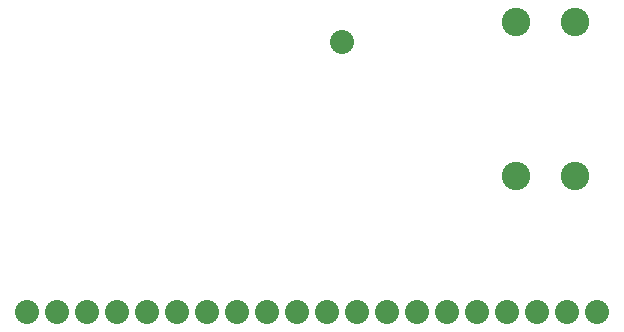
<source format=gbs>
G04 (created by PCBNEW (2013-09-28 BZR 4356)-product) date 19/03/2014 23:20:12*
%MOIN*%
G04 Gerber Fmt 3.4, Leading zero omitted, Abs format*
%FSLAX34Y34*%
G01*
G70*
G90*
G04 APERTURE LIST*
%ADD10C,0.005906*%
%ADD11C,0.080000*%
%ADD12C,0.094800*%
G04 APERTURE END LIST*
G54D10*
G54D11*
X83000Y-37500D03*
X72500Y-46500D03*
X73500Y-46500D03*
X74500Y-46500D03*
X75500Y-46500D03*
X76500Y-46500D03*
X77500Y-46500D03*
X78500Y-46500D03*
X79500Y-46500D03*
X80500Y-46500D03*
X81500Y-46500D03*
X82500Y-46500D03*
X83500Y-46500D03*
X84500Y-46500D03*
X85500Y-46500D03*
X86500Y-46500D03*
X87500Y-46500D03*
X88500Y-46500D03*
X89500Y-46500D03*
X90500Y-46500D03*
X91500Y-46500D03*
G54D12*
X88816Y-36841D03*
X90784Y-36841D03*
X88816Y-41959D03*
X90784Y-41959D03*
M02*

</source>
